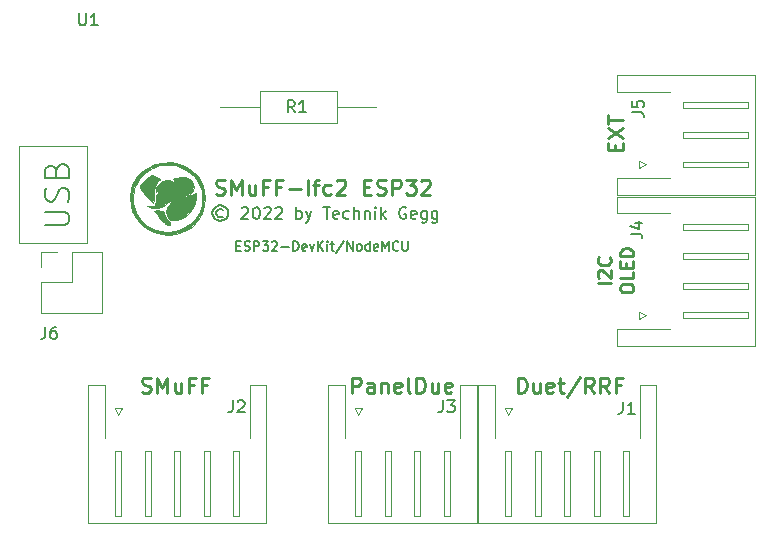
<source format=gbr>
G04 #@! TF.GenerationSoftware,KiCad,Pcbnew,(5.1.2)-2*
G04 #@! TF.CreationDate,2022-01-26T05:46:38+01:00*
G04 #@! TF.ProjectId,SMuFF-Ifc2-ESP32,534d7546-462d-4496-9663-322d45535033,rev?*
G04 #@! TF.SameCoordinates,Original*
G04 #@! TF.FileFunction,Legend,Top*
G04 #@! TF.FilePolarity,Positive*
%FSLAX46Y46*%
G04 Gerber Fmt 4.6, Leading zero omitted, Abs format (unit mm)*
G04 Created by KiCad (PCBNEW (5.1.2)-2) date 2022-01-26 05:46:38*
%MOMM*%
%LPD*%
G04 APERTURE LIST*
%ADD10C,0.150000*%
%ADD11C,0.250000*%
%ADD12C,0.120000*%
%ADD13C,0.200000*%
%ADD14C,0.010000*%
G04 APERTURE END LIST*
D10*
X120087523Y-92400476D02*
X119992285Y-92352857D01*
X119801809Y-92352857D01*
X119706571Y-92400476D01*
X119611333Y-92495714D01*
X119563714Y-92590952D01*
X119563714Y-92781428D01*
X119611333Y-92876666D01*
X119706571Y-92971904D01*
X119801809Y-93019523D01*
X119992285Y-93019523D01*
X120087523Y-92971904D01*
X119897047Y-92019523D02*
X119658952Y-92067142D01*
X119420857Y-92210000D01*
X119278000Y-92448095D01*
X119230380Y-92686190D01*
X119278000Y-92924285D01*
X119420857Y-93162380D01*
X119658952Y-93305238D01*
X119897047Y-93352857D01*
X120135142Y-93305238D01*
X120373238Y-93162380D01*
X120516095Y-92924285D01*
X120563714Y-92686190D01*
X120516095Y-92448095D01*
X120373238Y-92210000D01*
X120135142Y-92067142D01*
X119897047Y-92019523D01*
X121706571Y-92257619D02*
X121754190Y-92210000D01*
X121849428Y-92162380D01*
X122087523Y-92162380D01*
X122182761Y-92210000D01*
X122230380Y-92257619D01*
X122278000Y-92352857D01*
X122278000Y-92448095D01*
X122230380Y-92590952D01*
X121658952Y-93162380D01*
X122278000Y-93162380D01*
X122897047Y-92162380D02*
X122992285Y-92162380D01*
X123087523Y-92210000D01*
X123135142Y-92257619D01*
X123182761Y-92352857D01*
X123230380Y-92543333D01*
X123230380Y-92781428D01*
X123182761Y-92971904D01*
X123135142Y-93067142D01*
X123087523Y-93114761D01*
X122992285Y-93162380D01*
X122897047Y-93162380D01*
X122801809Y-93114761D01*
X122754190Y-93067142D01*
X122706571Y-92971904D01*
X122658952Y-92781428D01*
X122658952Y-92543333D01*
X122706571Y-92352857D01*
X122754190Y-92257619D01*
X122801809Y-92210000D01*
X122897047Y-92162380D01*
X123611333Y-92257619D02*
X123658952Y-92210000D01*
X123754190Y-92162380D01*
X123992285Y-92162380D01*
X124087523Y-92210000D01*
X124135142Y-92257619D01*
X124182761Y-92352857D01*
X124182761Y-92448095D01*
X124135142Y-92590952D01*
X123563714Y-93162380D01*
X124182761Y-93162380D01*
X124563714Y-92257619D02*
X124611333Y-92210000D01*
X124706571Y-92162380D01*
X124944666Y-92162380D01*
X125039904Y-92210000D01*
X125087523Y-92257619D01*
X125135142Y-92352857D01*
X125135142Y-92448095D01*
X125087523Y-92590952D01*
X124516095Y-93162380D01*
X125135142Y-93162380D01*
X126325619Y-93162380D02*
X126325619Y-92162380D01*
X126325619Y-92543333D02*
X126420857Y-92495714D01*
X126611333Y-92495714D01*
X126706571Y-92543333D01*
X126754190Y-92590952D01*
X126801809Y-92686190D01*
X126801809Y-92971904D01*
X126754190Y-93067142D01*
X126706571Y-93114761D01*
X126611333Y-93162380D01*
X126420857Y-93162380D01*
X126325619Y-93114761D01*
X127135142Y-92495714D02*
X127373238Y-93162380D01*
X127611333Y-92495714D02*
X127373238Y-93162380D01*
X127278000Y-93400476D01*
X127230380Y-93448095D01*
X127135142Y-93495714D01*
X128611333Y-92162380D02*
X129182761Y-92162380D01*
X128897047Y-93162380D02*
X128897047Y-92162380D01*
X129897047Y-93114761D02*
X129801809Y-93162380D01*
X129611333Y-93162380D01*
X129516095Y-93114761D01*
X129468476Y-93019523D01*
X129468476Y-92638571D01*
X129516095Y-92543333D01*
X129611333Y-92495714D01*
X129801809Y-92495714D01*
X129897047Y-92543333D01*
X129944666Y-92638571D01*
X129944666Y-92733809D01*
X129468476Y-92829047D01*
X130801809Y-93114761D02*
X130706571Y-93162380D01*
X130516095Y-93162380D01*
X130420857Y-93114761D01*
X130373238Y-93067142D01*
X130325619Y-92971904D01*
X130325619Y-92686190D01*
X130373238Y-92590952D01*
X130420857Y-92543333D01*
X130516095Y-92495714D01*
X130706571Y-92495714D01*
X130801809Y-92543333D01*
X131230380Y-93162380D02*
X131230380Y-92162380D01*
X131658952Y-93162380D02*
X131658952Y-92638571D01*
X131611333Y-92543333D01*
X131516095Y-92495714D01*
X131373238Y-92495714D01*
X131278000Y-92543333D01*
X131230380Y-92590952D01*
X132135142Y-92495714D02*
X132135142Y-93162380D01*
X132135142Y-92590952D02*
X132182761Y-92543333D01*
X132278000Y-92495714D01*
X132420857Y-92495714D01*
X132516095Y-92543333D01*
X132563714Y-92638571D01*
X132563714Y-93162380D01*
X133039904Y-93162380D02*
X133039904Y-92495714D01*
X133039904Y-92162380D02*
X132992285Y-92210000D01*
X133039904Y-92257619D01*
X133087523Y-92210000D01*
X133039904Y-92162380D01*
X133039904Y-92257619D01*
X133516095Y-93162380D02*
X133516095Y-92162380D01*
X133611333Y-92781428D02*
X133897047Y-93162380D01*
X133897047Y-92495714D02*
X133516095Y-92876666D01*
X135611333Y-92210000D02*
X135516095Y-92162380D01*
X135373238Y-92162380D01*
X135230380Y-92210000D01*
X135135142Y-92305238D01*
X135087523Y-92400476D01*
X135039904Y-92590952D01*
X135039904Y-92733809D01*
X135087523Y-92924285D01*
X135135142Y-93019523D01*
X135230380Y-93114761D01*
X135373238Y-93162380D01*
X135468476Y-93162380D01*
X135611333Y-93114761D01*
X135658952Y-93067142D01*
X135658952Y-92733809D01*
X135468476Y-92733809D01*
X136468476Y-93114761D02*
X136373238Y-93162380D01*
X136182761Y-93162380D01*
X136087523Y-93114761D01*
X136039904Y-93019523D01*
X136039904Y-92638571D01*
X136087523Y-92543333D01*
X136182761Y-92495714D01*
X136373238Y-92495714D01*
X136468476Y-92543333D01*
X136516095Y-92638571D01*
X136516095Y-92733809D01*
X136039904Y-92829047D01*
X137373238Y-92495714D02*
X137373238Y-93305238D01*
X137325619Y-93400476D01*
X137278000Y-93448095D01*
X137182761Y-93495714D01*
X137039904Y-93495714D01*
X136944666Y-93448095D01*
X137373238Y-93114761D02*
X137278000Y-93162380D01*
X137087523Y-93162380D01*
X136992285Y-93114761D01*
X136944666Y-93067142D01*
X136897047Y-92971904D01*
X136897047Y-92686190D01*
X136944666Y-92590952D01*
X136992285Y-92543333D01*
X137087523Y-92495714D01*
X137278000Y-92495714D01*
X137373238Y-92543333D01*
X138278000Y-92495714D02*
X138278000Y-93305238D01*
X138230380Y-93400476D01*
X138182761Y-93448095D01*
X138087523Y-93495714D01*
X137944666Y-93495714D01*
X137849428Y-93448095D01*
X138278000Y-93114761D02*
X138182761Y-93162380D01*
X137992285Y-93162380D01*
X137897047Y-93114761D01*
X137849428Y-93067142D01*
X137801809Y-92971904D01*
X137801809Y-92686190D01*
X137849428Y-92590952D01*
X137897047Y-92543333D01*
X137992285Y-92495714D01*
X138182761Y-92495714D01*
X138278000Y-92543333D01*
D11*
X153323142Y-87371857D02*
X153323142Y-86938523D01*
X154004095Y-86752809D02*
X154004095Y-87371857D01*
X152704095Y-87371857D01*
X152704095Y-86752809D01*
X152704095Y-86319476D02*
X154004095Y-85452809D01*
X152704095Y-85452809D02*
X154004095Y-86319476D01*
X152704095Y-85143285D02*
X152704095Y-84400428D01*
X154004095Y-84771857D02*
X152704095Y-84771857D01*
X152963619Y-98609809D02*
X151863619Y-98609809D01*
X151968380Y-98138380D02*
X151916000Y-98086000D01*
X151863619Y-97981238D01*
X151863619Y-97719333D01*
X151916000Y-97614571D01*
X151968380Y-97562190D01*
X152073142Y-97509809D01*
X152177904Y-97509809D01*
X152335047Y-97562190D01*
X152963619Y-98190761D01*
X152963619Y-97509809D01*
X152858857Y-96409809D02*
X152911238Y-96462190D01*
X152963619Y-96619333D01*
X152963619Y-96724095D01*
X152911238Y-96881238D01*
X152806476Y-96986000D01*
X152701714Y-97038380D01*
X152492190Y-97090761D01*
X152335047Y-97090761D01*
X152125523Y-97038380D01*
X152020761Y-96986000D01*
X151916000Y-96881238D01*
X151863619Y-96724095D01*
X151863619Y-96619333D01*
X151916000Y-96462190D01*
X151968380Y-96409809D01*
X153763619Y-99133619D02*
X153763619Y-98924095D01*
X153816000Y-98819333D01*
X153920761Y-98714571D01*
X154130285Y-98662190D01*
X154496952Y-98662190D01*
X154706476Y-98714571D01*
X154811238Y-98819333D01*
X154863619Y-98924095D01*
X154863619Y-99133619D01*
X154811238Y-99238380D01*
X154706476Y-99343142D01*
X154496952Y-99395523D01*
X154130285Y-99395523D01*
X153920761Y-99343142D01*
X153816000Y-99238380D01*
X153763619Y-99133619D01*
X154863619Y-97666952D02*
X154863619Y-98190761D01*
X153763619Y-98190761D01*
X154287428Y-97300285D02*
X154287428Y-96933619D01*
X154863619Y-96776476D02*
X154863619Y-97300285D01*
X153763619Y-97300285D01*
X153763619Y-96776476D01*
X154863619Y-96305047D02*
X153763619Y-96305047D01*
X153763619Y-96043142D01*
X153816000Y-95886000D01*
X153920761Y-95781238D01*
X154025523Y-95728857D01*
X154235047Y-95676476D01*
X154392190Y-95676476D01*
X154601714Y-95728857D01*
X154706476Y-95781238D01*
X154811238Y-95886000D01*
X154863619Y-96043142D01*
X154863619Y-96305047D01*
X145083761Y-107903095D02*
X145083761Y-106603095D01*
X145393285Y-106603095D01*
X145579000Y-106665000D01*
X145702809Y-106788809D01*
X145764714Y-106912619D01*
X145826619Y-107160238D01*
X145826619Y-107345952D01*
X145764714Y-107593571D01*
X145702809Y-107717380D01*
X145579000Y-107841190D01*
X145393285Y-107903095D01*
X145083761Y-107903095D01*
X146940904Y-107036428D02*
X146940904Y-107903095D01*
X146383761Y-107036428D02*
X146383761Y-107717380D01*
X146445666Y-107841190D01*
X146569476Y-107903095D01*
X146755190Y-107903095D01*
X146879000Y-107841190D01*
X146940904Y-107779285D01*
X148055190Y-107841190D02*
X147931380Y-107903095D01*
X147683761Y-107903095D01*
X147559952Y-107841190D01*
X147498047Y-107717380D01*
X147498047Y-107222142D01*
X147559952Y-107098333D01*
X147683761Y-107036428D01*
X147931380Y-107036428D01*
X148055190Y-107098333D01*
X148117095Y-107222142D01*
X148117095Y-107345952D01*
X147498047Y-107469761D01*
X148488523Y-107036428D02*
X148983761Y-107036428D01*
X148674238Y-106603095D02*
X148674238Y-107717380D01*
X148736142Y-107841190D01*
X148859952Y-107903095D01*
X148983761Y-107903095D01*
X150345666Y-106541190D02*
X149231380Y-108212619D01*
X151521857Y-107903095D02*
X151088523Y-107284047D01*
X150779000Y-107903095D02*
X150779000Y-106603095D01*
X151274238Y-106603095D01*
X151398047Y-106665000D01*
X151459952Y-106726904D01*
X151521857Y-106850714D01*
X151521857Y-107036428D01*
X151459952Y-107160238D01*
X151398047Y-107222142D01*
X151274238Y-107284047D01*
X150779000Y-107284047D01*
X152821857Y-107903095D02*
X152388523Y-107284047D01*
X152079000Y-107903095D02*
X152079000Y-106603095D01*
X152574238Y-106603095D01*
X152698047Y-106665000D01*
X152759952Y-106726904D01*
X152821857Y-106850714D01*
X152821857Y-107036428D01*
X152759952Y-107160238D01*
X152698047Y-107222142D01*
X152574238Y-107284047D01*
X152079000Y-107284047D01*
X153812333Y-107222142D02*
X153379000Y-107222142D01*
X153379000Y-107903095D02*
X153379000Y-106603095D01*
X153998047Y-106603095D01*
X131045476Y-107903095D02*
X131045476Y-106603095D01*
X131540714Y-106603095D01*
X131664523Y-106665000D01*
X131726428Y-106726904D01*
X131788333Y-106850714D01*
X131788333Y-107036428D01*
X131726428Y-107160238D01*
X131664523Y-107222142D01*
X131540714Y-107284047D01*
X131045476Y-107284047D01*
X132902619Y-107903095D02*
X132902619Y-107222142D01*
X132840714Y-107098333D01*
X132716904Y-107036428D01*
X132469285Y-107036428D01*
X132345476Y-107098333D01*
X132902619Y-107841190D02*
X132778809Y-107903095D01*
X132469285Y-107903095D01*
X132345476Y-107841190D01*
X132283571Y-107717380D01*
X132283571Y-107593571D01*
X132345476Y-107469761D01*
X132469285Y-107407857D01*
X132778809Y-107407857D01*
X132902619Y-107345952D01*
X133521666Y-107036428D02*
X133521666Y-107903095D01*
X133521666Y-107160238D02*
X133583571Y-107098333D01*
X133707380Y-107036428D01*
X133893095Y-107036428D01*
X134016904Y-107098333D01*
X134078809Y-107222142D01*
X134078809Y-107903095D01*
X135193095Y-107841190D02*
X135069285Y-107903095D01*
X134821666Y-107903095D01*
X134697857Y-107841190D01*
X134635952Y-107717380D01*
X134635952Y-107222142D01*
X134697857Y-107098333D01*
X134821666Y-107036428D01*
X135069285Y-107036428D01*
X135193095Y-107098333D01*
X135255000Y-107222142D01*
X135255000Y-107345952D01*
X134635952Y-107469761D01*
X135997857Y-107903095D02*
X135874047Y-107841190D01*
X135812142Y-107717380D01*
X135812142Y-106603095D01*
X136493095Y-107903095D02*
X136493095Y-106603095D01*
X136802619Y-106603095D01*
X136988333Y-106665000D01*
X137112142Y-106788809D01*
X137174047Y-106912619D01*
X137235952Y-107160238D01*
X137235952Y-107345952D01*
X137174047Y-107593571D01*
X137112142Y-107717380D01*
X136988333Y-107841190D01*
X136802619Y-107903095D01*
X136493095Y-107903095D01*
X138350238Y-107036428D02*
X138350238Y-107903095D01*
X137793095Y-107036428D02*
X137793095Y-107717380D01*
X137855000Y-107841190D01*
X137978809Y-107903095D01*
X138164523Y-107903095D01*
X138288333Y-107841190D01*
X138350238Y-107779285D01*
X139464523Y-107841190D02*
X139340714Y-107903095D01*
X139093095Y-107903095D01*
X138969285Y-107841190D01*
X138907380Y-107717380D01*
X138907380Y-107222142D01*
X138969285Y-107098333D01*
X139093095Y-107036428D01*
X139340714Y-107036428D01*
X139464523Y-107098333D01*
X139526428Y-107222142D01*
X139526428Y-107345952D01*
X138907380Y-107469761D01*
X113261333Y-107841190D02*
X113447047Y-107903095D01*
X113756571Y-107903095D01*
X113880380Y-107841190D01*
X113942285Y-107779285D01*
X114004190Y-107655476D01*
X114004190Y-107531666D01*
X113942285Y-107407857D01*
X113880380Y-107345952D01*
X113756571Y-107284047D01*
X113508952Y-107222142D01*
X113385142Y-107160238D01*
X113323238Y-107098333D01*
X113261333Y-106974523D01*
X113261333Y-106850714D01*
X113323238Y-106726904D01*
X113385142Y-106665000D01*
X113508952Y-106603095D01*
X113818476Y-106603095D01*
X114004190Y-106665000D01*
X114561333Y-107903095D02*
X114561333Y-106603095D01*
X114994666Y-107531666D01*
X115428000Y-106603095D01*
X115428000Y-107903095D01*
X116604190Y-107036428D02*
X116604190Y-107903095D01*
X116047047Y-107036428D02*
X116047047Y-107717380D01*
X116108952Y-107841190D01*
X116232761Y-107903095D01*
X116418476Y-107903095D01*
X116542285Y-107841190D01*
X116604190Y-107779285D01*
X117656571Y-107222142D02*
X117223238Y-107222142D01*
X117223238Y-107903095D02*
X117223238Y-106603095D01*
X117842285Y-106603095D01*
X118770857Y-107222142D02*
X118337523Y-107222142D01*
X118337523Y-107903095D02*
X118337523Y-106603095D01*
X118956571Y-106603095D01*
D12*
X108585000Y-86995000D02*
X108585000Y-95250000D01*
X102870000Y-95250000D02*
X102870000Y-86995000D01*
X108585000Y-95250000D02*
X102870000Y-95250000D01*
X102870000Y-86995000D02*
X108585000Y-86995000D01*
D13*
X105076761Y-93709809D02*
X106695809Y-93709809D01*
X106886285Y-93614571D01*
X106981523Y-93519333D01*
X107076761Y-93328857D01*
X107076761Y-92947904D01*
X106981523Y-92757428D01*
X106886285Y-92662190D01*
X106695809Y-92566952D01*
X105076761Y-92566952D01*
X106981523Y-91709809D02*
X107076761Y-91424095D01*
X107076761Y-90947904D01*
X106981523Y-90757428D01*
X106886285Y-90662190D01*
X106695809Y-90566952D01*
X106505333Y-90566952D01*
X106314857Y-90662190D01*
X106219619Y-90757428D01*
X106124380Y-90947904D01*
X106029142Y-91328857D01*
X105933904Y-91519333D01*
X105838666Y-91614571D01*
X105648190Y-91709809D01*
X105457714Y-91709809D01*
X105267238Y-91614571D01*
X105172000Y-91519333D01*
X105076761Y-91328857D01*
X105076761Y-90852666D01*
X105172000Y-90566952D01*
X106029142Y-89043142D02*
X106124380Y-88757428D01*
X106219619Y-88662190D01*
X106410095Y-88566952D01*
X106695809Y-88566952D01*
X106886285Y-88662190D01*
X106981523Y-88757428D01*
X107076761Y-88947904D01*
X107076761Y-89709809D01*
X105076761Y-89709809D01*
X105076761Y-89043142D01*
X105172000Y-88852666D01*
X105267238Y-88757428D01*
X105457714Y-88662190D01*
X105648190Y-88662190D01*
X105838666Y-88757428D01*
X105933904Y-88852666D01*
X106029142Y-89043142D01*
X106029142Y-89709809D01*
D11*
X119536119Y-91077190D02*
X119721833Y-91139095D01*
X120031357Y-91139095D01*
X120155166Y-91077190D01*
X120217071Y-91015285D01*
X120278976Y-90891476D01*
X120278976Y-90767666D01*
X120217071Y-90643857D01*
X120155166Y-90581952D01*
X120031357Y-90520047D01*
X119783738Y-90458142D01*
X119659928Y-90396238D01*
X119598023Y-90334333D01*
X119536119Y-90210523D01*
X119536119Y-90086714D01*
X119598023Y-89962904D01*
X119659928Y-89901000D01*
X119783738Y-89839095D01*
X120093261Y-89839095D01*
X120278976Y-89901000D01*
X120836119Y-91139095D02*
X120836119Y-89839095D01*
X121269452Y-90767666D01*
X121702785Y-89839095D01*
X121702785Y-91139095D01*
X122878976Y-90272428D02*
X122878976Y-91139095D01*
X122321833Y-90272428D02*
X122321833Y-90953380D01*
X122383738Y-91077190D01*
X122507547Y-91139095D01*
X122693261Y-91139095D01*
X122817071Y-91077190D01*
X122878976Y-91015285D01*
X123931357Y-90458142D02*
X123498023Y-90458142D01*
X123498023Y-91139095D02*
X123498023Y-89839095D01*
X124117071Y-89839095D01*
X125045642Y-90458142D02*
X124612309Y-90458142D01*
X124612309Y-91139095D02*
X124612309Y-89839095D01*
X125231357Y-89839095D01*
X125726595Y-90643857D02*
X126717071Y-90643857D01*
X127336119Y-91139095D02*
X127336119Y-89839095D01*
X127769452Y-90272428D02*
X128264690Y-90272428D01*
X127955166Y-91139095D02*
X127955166Y-90024809D01*
X128017071Y-89901000D01*
X128140880Y-89839095D01*
X128264690Y-89839095D01*
X129255166Y-91077190D02*
X129131357Y-91139095D01*
X128883738Y-91139095D01*
X128759928Y-91077190D01*
X128698023Y-91015285D01*
X128636119Y-90891476D01*
X128636119Y-90520047D01*
X128698023Y-90396238D01*
X128759928Y-90334333D01*
X128883738Y-90272428D01*
X129131357Y-90272428D01*
X129255166Y-90334333D01*
X129750404Y-89962904D02*
X129812309Y-89901000D01*
X129936119Y-89839095D01*
X130245642Y-89839095D01*
X130369452Y-89901000D01*
X130431357Y-89962904D01*
X130493261Y-90086714D01*
X130493261Y-90210523D01*
X130431357Y-90396238D01*
X129688500Y-91139095D01*
X130493261Y-91139095D01*
X132040880Y-90458142D02*
X132474214Y-90458142D01*
X132659928Y-91139095D02*
X132040880Y-91139095D01*
X132040880Y-89839095D01*
X132659928Y-89839095D01*
X133155166Y-91077190D02*
X133340880Y-91139095D01*
X133650404Y-91139095D01*
X133774214Y-91077190D01*
X133836119Y-91015285D01*
X133898023Y-90891476D01*
X133898023Y-90767666D01*
X133836119Y-90643857D01*
X133774214Y-90581952D01*
X133650404Y-90520047D01*
X133402785Y-90458142D01*
X133278976Y-90396238D01*
X133217071Y-90334333D01*
X133155166Y-90210523D01*
X133155166Y-90086714D01*
X133217071Y-89962904D01*
X133278976Y-89901000D01*
X133402785Y-89839095D01*
X133712309Y-89839095D01*
X133898023Y-89901000D01*
X134455166Y-91139095D02*
X134455166Y-89839095D01*
X134950404Y-89839095D01*
X135074214Y-89901000D01*
X135136119Y-89962904D01*
X135198023Y-90086714D01*
X135198023Y-90272428D01*
X135136119Y-90396238D01*
X135074214Y-90458142D01*
X134950404Y-90520047D01*
X134455166Y-90520047D01*
X135631357Y-89839095D02*
X136436119Y-89839095D01*
X136002785Y-90334333D01*
X136188500Y-90334333D01*
X136312309Y-90396238D01*
X136374214Y-90458142D01*
X136436119Y-90581952D01*
X136436119Y-90891476D01*
X136374214Y-91015285D01*
X136312309Y-91077190D01*
X136188500Y-91139095D01*
X135817071Y-91139095D01*
X135693261Y-91077190D01*
X135631357Y-91015285D01*
X136931357Y-89962904D02*
X136993261Y-89901000D01*
X137117071Y-89839095D01*
X137426595Y-89839095D01*
X137550404Y-89901000D01*
X137612309Y-89962904D01*
X137674214Y-90086714D01*
X137674214Y-90210523D01*
X137612309Y-90396238D01*
X136869452Y-91139095D01*
X137674214Y-91139095D01*
D14*
G36*
X114490028Y-89623070D02*
G01*
X114714090Y-89718285D01*
X114798271Y-89787738D01*
X114765363Y-89852687D01*
X114749451Y-89865039D01*
X114560284Y-90080286D01*
X114402227Y-90392583D01*
X114304260Y-90729659D01*
X114292765Y-91003925D01*
X114307896Y-91291457D01*
X114279391Y-91559558D01*
X114277617Y-91567000D01*
X114215333Y-91821000D01*
X113777921Y-91397667D01*
X113534866Y-91142144D01*
X113326730Y-90887662D01*
X113204345Y-90699357D01*
X113120532Y-90502449D01*
X113123027Y-90365855D01*
X113210135Y-90207730D01*
X113363702Y-90032708D01*
X113595002Y-89830689D01*
X113727160Y-89733025D01*
X114102232Y-89474969D01*
X114490028Y-89623070D01*
X114490028Y-89623070D01*
G37*
X114490028Y-89623070D02*
X114714090Y-89718285D01*
X114798271Y-89787738D01*
X114765363Y-89852687D01*
X114749451Y-89865039D01*
X114560284Y-90080286D01*
X114402227Y-90392583D01*
X114304260Y-90729659D01*
X114292765Y-91003925D01*
X114307896Y-91291457D01*
X114279391Y-91559558D01*
X114277617Y-91567000D01*
X114215333Y-91821000D01*
X113777921Y-91397667D01*
X113534866Y-91142144D01*
X113326730Y-90887662D01*
X113204345Y-90699357D01*
X113120532Y-90502449D01*
X113123027Y-90365855D01*
X113210135Y-90207730D01*
X113363702Y-90032708D01*
X113595002Y-89830689D01*
X113727160Y-89733025D01*
X114102232Y-89474969D01*
X114490028Y-89623070D01*
G36*
X116884807Y-89608302D02*
G01*
X117154177Y-89729803D01*
X117158823Y-89732852D01*
X117463692Y-89991986D01*
X117616200Y-90276709D01*
X117641640Y-90471318D01*
X117618202Y-90684937D01*
X117523296Y-90861796D01*
X117327669Y-91040050D01*
X117072833Y-91213225D01*
X116827691Y-91378558D01*
X116727638Y-91466647D01*
X116766578Y-91476515D01*
X116938413Y-91407184D01*
X117237048Y-91257677D01*
X117263333Y-91243765D01*
X117813667Y-90951537D01*
X117813667Y-91291779D01*
X117735505Y-91852664D01*
X117513382Y-92354756D01*
X117165840Y-92771618D01*
X116711420Y-93076812D01*
X116501703Y-93162443D01*
X116123947Y-93270737D01*
X115858701Y-93292160D01*
X115672950Y-93226425D01*
X115594002Y-93154500D01*
X115364663Y-92831109D01*
X115288677Y-92547127D01*
X115363331Y-92276265D01*
X115485333Y-92101893D01*
X115643563Y-91872656D01*
X115684571Y-91725752D01*
X115623230Y-91681613D01*
X115474414Y-91760670D01*
X115333124Y-91892788D01*
X114973451Y-92169326D01*
X114573381Y-92283300D01*
X114147039Y-92231964D01*
X113961333Y-92159410D01*
X113707333Y-92039791D01*
X114043146Y-92057396D01*
X114378958Y-92075000D01*
X114439173Y-91666685D01*
X114495384Y-91360401D01*
X114564626Y-91078798D01*
X114589082Y-91001075D01*
X114603058Y-90955489D01*
X115443000Y-90955489D01*
X115494475Y-90971450D01*
X115612852Y-90889197D01*
X115723840Y-90764021D01*
X115741898Y-90694676D01*
X115654444Y-90704607D01*
X115536113Y-90796854D01*
X115452254Y-90914397D01*
X115443000Y-90955489D01*
X114603058Y-90955489D01*
X114640060Y-90834803D01*
X114621301Y-90799775D01*
X114552888Y-90848256D01*
X114452386Y-90901035D01*
X114433384Y-90820978D01*
X114496046Y-90602047D01*
X114564492Y-90422466D01*
X114757112Y-90124623D01*
X115031719Y-89926891D01*
X115346255Y-89841229D01*
X115658661Y-89879595D01*
X115912515Y-90039152D01*
X116059432Y-90152433D01*
X116119415Y-90139120D01*
X116077661Y-90025825D01*
X115985716Y-89907583D01*
X115913557Y-89808820D01*
X115946499Y-89746373D01*
X116111089Y-89686932D01*
X116176216Y-89668555D01*
X116575443Y-89588974D01*
X116884807Y-89608302D01*
X116884807Y-89608302D01*
G37*
X116884807Y-89608302D02*
X117154177Y-89729803D01*
X117158823Y-89732852D01*
X117463692Y-89991986D01*
X117616200Y-90276709D01*
X117641640Y-90471318D01*
X117618202Y-90684937D01*
X117523296Y-90861796D01*
X117327669Y-91040050D01*
X117072833Y-91213225D01*
X116827691Y-91378558D01*
X116727638Y-91466647D01*
X116766578Y-91476515D01*
X116938413Y-91407184D01*
X117237048Y-91257677D01*
X117263333Y-91243765D01*
X117813667Y-90951537D01*
X117813667Y-91291779D01*
X117735505Y-91852664D01*
X117513382Y-92354756D01*
X117165840Y-92771618D01*
X116711420Y-93076812D01*
X116501703Y-93162443D01*
X116123947Y-93270737D01*
X115858701Y-93292160D01*
X115672950Y-93226425D01*
X115594002Y-93154500D01*
X115364663Y-92831109D01*
X115288677Y-92547127D01*
X115363331Y-92276265D01*
X115485333Y-92101893D01*
X115643563Y-91872656D01*
X115684571Y-91725752D01*
X115623230Y-91681613D01*
X115474414Y-91760670D01*
X115333124Y-91892788D01*
X114973451Y-92169326D01*
X114573381Y-92283300D01*
X114147039Y-92231964D01*
X113961333Y-92159410D01*
X113707333Y-92039791D01*
X114043146Y-92057396D01*
X114378958Y-92075000D01*
X114439173Y-91666685D01*
X114495384Y-91360401D01*
X114564626Y-91078798D01*
X114589082Y-91001075D01*
X114603058Y-90955489D01*
X115443000Y-90955489D01*
X115494475Y-90971450D01*
X115612852Y-90889197D01*
X115723840Y-90764021D01*
X115741898Y-90694676D01*
X115654444Y-90704607D01*
X115536113Y-90796854D01*
X115452254Y-90914397D01*
X115443000Y-90955489D01*
X114603058Y-90955489D01*
X114640060Y-90834803D01*
X114621301Y-90799775D01*
X114552888Y-90848256D01*
X114452386Y-90901035D01*
X114433384Y-90820978D01*
X114496046Y-90602047D01*
X114564492Y-90422466D01*
X114757112Y-90124623D01*
X115031719Y-89926891D01*
X115346255Y-89841229D01*
X115658661Y-89879595D01*
X115912515Y-90039152D01*
X116059432Y-90152433D01*
X116119415Y-90139120D01*
X116077661Y-90025825D01*
X115985716Y-89907583D01*
X115913557Y-89808820D01*
X115946499Y-89746373D01*
X116111089Y-89686932D01*
X116176216Y-89668555D01*
X116575443Y-89588974D01*
X116884807Y-89608302D01*
G36*
X114911922Y-92464162D02*
G01*
X115049866Y-92500091D01*
X115115240Y-92589577D01*
X115142912Y-92692904D01*
X115237960Y-92920982D01*
X115396305Y-93146856D01*
X115403639Y-93154876D01*
X115531078Y-93337582D01*
X115604723Y-93527872D01*
X115611462Y-93674195D01*
X115548833Y-93725684D01*
X115441075Y-93685047D01*
X115256106Y-93585144D01*
X115213555Y-93559656D01*
X115001316Y-93385522D01*
X114783026Y-93139608D01*
X114705633Y-93030805D01*
X114543190Y-92798583D01*
X114396648Y-92617915D01*
X114342411Y-92564526D01*
X114296322Y-92504020D01*
X114364755Y-92471777D01*
X114571782Y-92459596D01*
X114653106Y-92458693D01*
X114911922Y-92464162D01*
X114911922Y-92464162D01*
G37*
X114911922Y-92464162D02*
X115049866Y-92500091D01*
X115115240Y-92589577D01*
X115142912Y-92692904D01*
X115237960Y-92920982D01*
X115396305Y-93146856D01*
X115403639Y-93154876D01*
X115531078Y-93337582D01*
X115604723Y-93527872D01*
X115611462Y-93674195D01*
X115548833Y-93725684D01*
X115441075Y-93685047D01*
X115256106Y-93585144D01*
X115213555Y-93559656D01*
X115001316Y-93385522D01*
X114783026Y-93139608D01*
X114705633Y-93030805D01*
X114543190Y-92798583D01*
X114396648Y-92617915D01*
X114342411Y-92564526D01*
X114296322Y-92504020D01*
X114364755Y-92471777D01*
X114571782Y-92459596D01*
X114653106Y-92458693D01*
X114911922Y-92464162D01*
G36*
X116395894Y-88517206D02*
G01*
X116922422Y-88723244D01*
X117506936Y-89098196D01*
X117974047Y-89575661D01*
X118318328Y-90131845D01*
X118534353Y-90742953D01*
X118616693Y-91385192D01*
X118559921Y-92034767D01*
X118358612Y-92667884D01*
X118007338Y-93260749D01*
X117968716Y-93310643D01*
X117462558Y-93819332D01*
X116863199Y-94194375D01*
X116190709Y-94427996D01*
X115465162Y-94512417D01*
X114949757Y-94480370D01*
X114310728Y-94314790D01*
X113708068Y-94007317D01*
X113174386Y-93583401D01*
X112742291Y-93068489D01*
X112464224Y-92540667D01*
X112317216Y-91970378D01*
X112285495Y-91440000D01*
X112529401Y-91440000D01*
X112536742Y-91826806D01*
X112569066Y-92109880D01*
X112639514Y-92354410D01*
X112761231Y-92625585D01*
X112773350Y-92649927D01*
X113151585Y-93229235D01*
X113634919Y-93690391D01*
X114200093Y-94025688D01*
X114823848Y-94227419D01*
X115482925Y-94287877D01*
X116154065Y-94199355D01*
X116772043Y-93974932D01*
X117338808Y-93608086D01*
X117818625Y-93110925D01*
X118161214Y-92558985D01*
X118266677Y-92301563D01*
X118327138Y-92029760D01*
X118353152Y-91683125D01*
X118356599Y-91440000D01*
X118349257Y-91053195D01*
X118316934Y-90770120D01*
X118246486Y-90525590D01*
X118124769Y-90254416D01*
X118112650Y-90230073D01*
X117737077Y-89662871D01*
X117232381Y-89185805D01*
X116643162Y-88832955D01*
X116355399Y-88715524D01*
X116083047Y-88647537D01*
X115759615Y-88616762D01*
X115435077Y-88610731D01*
X115051758Y-88617378D01*
X114769996Y-88648187D01*
X114522296Y-88717541D01*
X114241166Y-88839827D01*
X114148367Y-88884969D01*
X113545717Y-89273964D01*
X113051537Y-89788645D01*
X112724786Y-90321016D01*
X112619323Y-90578437D01*
X112558862Y-90850241D01*
X112532848Y-91196875D01*
X112529401Y-91440000D01*
X112285495Y-91440000D01*
X112279568Y-91340907D01*
X112351280Y-90722353D01*
X112464224Y-90339334D01*
X112786001Y-89733535D01*
X113226286Y-89228929D01*
X113761951Y-88833899D01*
X114369871Y-88556829D01*
X115026920Y-88406101D01*
X115709969Y-88390099D01*
X116395894Y-88517206D01*
X116395894Y-88517206D01*
G37*
X116395894Y-88517206D02*
X116922422Y-88723244D01*
X117506936Y-89098196D01*
X117974047Y-89575661D01*
X118318328Y-90131845D01*
X118534353Y-90742953D01*
X118616693Y-91385192D01*
X118559921Y-92034767D01*
X118358612Y-92667884D01*
X118007338Y-93260749D01*
X117968716Y-93310643D01*
X117462558Y-93819332D01*
X116863199Y-94194375D01*
X116190709Y-94427996D01*
X115465162Y-94512417D01*
X114949757Y-94480370D01*
X114310728Y-94314790D01*
X113708068Y-94007317D01*
X113174386Y-93583401D01*
X112742291Y-93068489D01*
X112464224Y-92540667D01*
X112317216Y-91970378D01*
X112285495Y-91440000D01*
X112529401Y-91440000D01*
X112536742Y-91826806D01*
X112569066Y-92109880D01*
X112639514Y-92354410D01*
X112761231Y-92625585D01*
X112773350Y-92649927D01*
X113151585Y-93229235D01*
X113634919Y-93690391D01*
X114200093Y-94025688D01*
X114823848Y-94227419D01*
X115482925Y-94287877D01*
X116154065Y-94199355D01*
X116772043Y-93974932D01*
X117338808Y-93608086D01*
X117818625Y-93110925D01*
X118161214Y-92558985D01*
X118266677Y-92301563D01*
X118327138Y-92029760D01*
X118353152Y-91683125D01*
X118356599Y-91440000D01*
X118349257Y-91053195D01*
X118316934Y-90770120D01*
X118246486Y-90525590D01*
X118124769Y-90254416D01*
X118112650Y-90230073D01*
X117737077Y-89662871D01*
X117232381Y-89185805D01*
X116643162Y-88832955D01*
X116355399Y-88715524D01*
X116083047Y-88647537D01*
X115759615Y-88616762D01*
X115435077Y-88610731D01*
X115051758Y-88617378D01*
X114769996Y-88648187D01*
X114522296Y-88717541D01*
X114241166Y-88839827D01*
X114148367Y-88884969D01*
X113545717Y-89273964D01*
X113051537Y-89788645D01*
X112724786Y-90321016D01*
X112619323Y-90578437D01*
X112558862Y-90850241D01*
X112532848Y-91196875D01*
X112529401Y-91440000D01*
X112285495Y-91440000D01*
X112279568Y-91340907D01*
X112351280Y-90722353D01*
X112464224Y-90339334D01*
X112786001Y-89733535D01*
X113226286Y-89228929D01*
X113761951Y-88833899D01*
X114369871Y-88556829D01*
X115026920Y-88406101D01*
X115709969Y-88390099D01*
X116395894Y-88517206D01*
D12*
X119912000Y-83693000D02*
X123222000Y-83693000D01*
X133072000Y-83693000D02*
X129762000Y-83693000D01*
X123222000Y-85063000D02*
X129762000Y-85063000D01*
X123222000Y-82323000D02*
X123222000Y-85063000D01*
X129762000Y-82323000D02*
X123222000Y-82323000D01*
X129762000Y-85063000D02*
X129762000Y-82323000D01*
X104715000Y-95952000D02*
X106045000Y-95952000D01*
X104715000Y-97282000D02*
X104715000Y-95952000D01*
X107315000Y-95952000D02*
X109915000Y-95952000D01*
X107315000Y-98552000D02*
X107315000Y-95952000D01*
X104715000Y-98552000D02*
X107315000Y-98552000D01*
X109915000Y-95952000D02*
X109915000Y-101152000D01*
X104715000Y-98552000D02*
X104715000Y-101152000D01*
X104715000Y-101152000D02*
X109915000Y-101152000D01*
X155380000Y-88266000D02*
X155980000Y-88566000D01*
X155380000Y-88866000D02*
X155380000Y-88266000D01*
X155980000Y-88566000D02*
X155380000Y-88866000D01*
X159080000Y-83316000D02*
X159080000Y-83816000D01*
X164580000Y-83316000D02*
X159080000Y-83316000D01*
X164580000Y-83816000D02*
X164580000Y-83316000D01*
X159080000Y-83816000D02*
X164580000Y-83816000D01*
X159080000Y-85816000D02*
X159080000Y-86316000D01*
X164580000Y-85816000D02*
X159080000Y-85816000D01*
X164580000Y-86316000D02*
X164580000Y-85816000D01*
X159080000Y-86316000D02*
X164580000Y-86316000D01*
X159080000Y-88316000D02*
X159080000Y-88816000D01*
X164580000Y-88316000D02*
X159080000Y-88316000D01*
X164580000Y-88816000D02*
X164580000Y-88316000D01*
X159080000Y-88816000D02*
X164580000Y-88816000D01*
X153470000Y-82426000D02*
X157970000Y-82426000D01*
X153470000Y-81006000D02*
X153470000Y-82426000D01*
X165190000Y-81006000D02*
X153470000Y-81006000D01*
X165190000Y-86066000D02*
X165190000Y-81006000D01*
X153470000Y-89706000D02*
X157970000Y-89706000D01*
X153470000Y-91126000D02*
X153470000Y-89706000D01*
X165190000Y-91126000D02*
X153470000Y-91126000D01*
X165190000Y-86066000D02*
X165190000Y-91126000D01*
X155380000Y-101046000D02*
X155980000Y-101346000D01*
X155380000Y-101646000D02*
X155380000Y-101046000D01*
X155980000Y-101346000D02*
X155380000Y-101646000D01*
X159080000Y-93596000D02*
X159080000Y-94096000D01*
X164580000Y-93596000D02*
X159080000Y-93596000D01*
X164580000Y-94096000D02*
X164580000Y-93596000D01*
X159080000Y-94096000D02*
X164580000Y-94096000D01*
X159080000Y-96096000D02*
X159080000Y-96596000D01*
X164580000Y-96096000D02*
X159080000Y-96096000D01*
X164580000Y-96596000D02*
X164580000Y-96096000D01*
X159080000Y-96596000D02*
X164580000Y-96596000D01*
X159080000Y-98596000D02*
X159080000Y-99096000D01*
X164580000Y-98596000D02*
X159080000Y-98596000D01*
X164580000Y-99096000D02*
X164580000Y-98596000D01*
X159080000Y-99096000D02*
X164580000Y-99096000D01*
X159080000Y-101096000D02*
X159080000Y-101596000D01*
X164580000Y-101096000D02*
X159080000Y-101096000D01*
X164580000Y-101596000D02*
X164580000Y-101096000D01*
X159080000Y-101596000D02*
X164580000Y-101596000D01*
X153470000Y-92706000D02*
X157970000Y-92706000D01*
X153470000Y-91286000D02*
X153470000Y-92706000D01*
X165190000Y-91286000D02*
X153470000Y-91286000D01*
X165190000Y-97596000D02*
X165190000Y-91286000D01*
X153470000Y-102486000D02*
X157970000Y-102486000D01*
X153470000Y-103906000D02*
X153470000Y-102486000D01*
X165190000Y-103906000D02*
X153470000Y-103906000D01*
X165190000Y-97596000D02*
X165190000Y-103906000D01*
X131872000Y-109152000D02*
X131572000Y-109752000D01*
X131272000Y-109152000D02*
X131872000Y-109152000D01*
X131572000Y-109752000D02*
X131272000Y-109152000D01*
X139322000Y-112852000D02*
X138822000Y-112852000D01*
X139322000Y-118352000D02*
X139322000Y-112852000D01*
X138822000Y-118352000D02*
X139322000Y-118352000D01*
X138822000Y-112852000D02*
X138822000Y-118352000D01*
X136822000Y-112852000D02*
X136322000Y-112852000D01*
X136822000Y-118352000D02*
X136822000Y-112852000D01*
X136322000Y-118352000D02*
X136822000Y-118352000D01*
X136322000Y-112852000D02*
X136322000Y-118352000D01*
X134322000Y-112852000D02*
X133822000Y-112852000D01*
X134322000Y-118352000D02*
X134322000Y-112852000D01*
X133822000Y-118352000D02*
X134322000Y-118352000D01*
X133822000Y-112852000D02*
X133822000Y-118352000D01*
X131822000Y-112852000D02*
X131322000Y-112852000D01*
X131822000Y-118352000D02*
X131822000Y-112852000D01*
X131322000Y-118352000D02*
X131822000Y-118352000D01*
X131322000Y-112852000D02*
X131322000Y-118352000D01*
X140212000Y-107242000D02*
X140212000Y-111742000D01*
X141632000Y-107242000D02*
X140212000Y-107242000D01*
X141632000Y-118962000D02*
X141632000Y-107242000D01*
X135322000Y-118962000D02*
X141632000Y-118962000D01*
X130432000Y-107242000D02*
X130432000Y-111742000D01*
X129012000Y-107242000D02*
X130432000Y-107242000D01*
X129012000Y-118962000D02*
X129012000Y-107242000D01*
X135322000Y-118962000D02*
X129012000Y-118962000D01*
X111552000Y-109152000D02*
X111252000Y-109752000D01*
X110952000Y-109152000D02*
X111552000Y-109152000D01*
X111252000Y-109752000D02*
X110952000Y-109152000D01*
X121502000Y-112852000D02*
X121002000Y-112852000D01*
X121502000Y-118352000D02*
X121502000Y-112852000D01*
X121002000Y-118352000D02*
X121502000Y-118352000D01*
X121002000Y-112852000D02*
X121002000Y-118352000D01*
X119002000Y-112852000D02*
X118502000Y-112852000D01*
X119002000Y-118352000D02*
X119002000Y-112852000D01*
X118502000Y-118352000D02*
X119002000Y-118352000D01*
X118502000Y-112852000D02*
X118502000Y-118352000D01*
X116502000Y-112852000D02*
X116002000Y-112852000D01*
X116502000Y-118352000D02*
X116502000Y-112852000D01*
X116002000Y-118352000D02*
X116502000Y-118352000D01*
X116002000Y-112852000D02*
X116002000Y-118352000D01*
X114002000Y-112852000D02*
X113502000Y-112852000D01*
X114002000Y-118352000D02*
X114002000Y-112852000D01*
X113502000Y-118352000D02*
X114002000Y-118352000D01*
X113502000Y-112852000D02*
X113502000Y-118352000D01*
X111502000Y-112852000D02*
X111002000Y-112852000D01*
X111502000Y-118352000D02*
X111502000Y-112852000D01*
X111002000Y-118352000D02*
X111502000Y-118352000D01*
X111002000Y-112852000D02*
X111002000Y-118352000D01*
X122392000Y-107242000D02*
X122392000Y-111742000D01*
X123812000Y-107242000D02*
X122392000Y-107242000D01*
X123812000Y-118962000D02*
X123812000Y-107242000D01*
X116252000Y-118962000D02*
X123812000Y-118962000D01*
X110112000Y-107242000D02*
X110112000Y-111742000D01*
X108692000Y-107242000D02*
X110112000Y-107242000D01*
X108692000Y-118962000D02*
X108692000Y-107242000D01*
X116252000Y-118962000D02*
X108692000Y-118962000D01*
X144572000Y-109152000D02*
X144272000Y-109752000D01*
X143972000Y-109152000D02*
X144572000Y-109152000D01*
X144272000Y-109752000D02*
X143972000Y-109152000D01*
X154522000Y-112852000D02*
X154022000Y-112852000D01*
X154522000Y-118352000D02*
X154522000Y-112852000D01*
X154022000Y-118352000D02*
X154522000Y-118352000D01*
X154022000Y-112852000D02*
X154022000Y-118352000D01*
X152022000Y-112852000D02*
X151522000Y-112852000D01*
X152022000Y-118352000D02*
X152022000Y-112852000D01*
X151522000Y-118352000D02*
X152022000Y-118352000D01*
X151522000Y-112852000D02*
X151522000Y-118352000D01*
X149522000Y-112852000D02*
X149022000Y-112852000D01*
X149522000Y-118352000D02*
X149522000Y-112852000D01*
X149022000Y-118352000D02*
X149522000Y-118352000D01*
X149022000Y-112852000D02*
X149022000Y-118352000D01*
X147022000Y-112852000D02*
X146522000Y-112852000D01*
X147022000Y-118352000D02*
X147022000Y-112852000D01*
X146522000Y-118352000D02*
X147022000Y-118352000D01*
X146522000Y-112852000D02*
X146522000Y-118352000D01*
X144522000Y-112852000D02*
X144022000Y-112852000D01*
X144522000Y-118352000D02*
X144522000Y-112852000D01*
X144022000Y-118352000D02*
X144522000Y-118352000D01*
X144022000Y-112852000D02*
X144022000Y-118352000D01*
X155412000Y-107242000D02*
X155412000Y-111742000D01*
X156832000Y-107242000D02*
X155412000Y-107242000D01*
X156832000Y-118962000D02*
X156832000Y-107242000D01*
X149272000Y-118962000D02*
X156832000Y-118962000D01*
X143132000Y-107242000D02*
X143132000Y-111742000D01*
X141712000Y-107242000D02*
X143132000Y-107242000D01*
X141712000Y-118962000D02*
X141712000Y-107242000D01*
X149272000Y-118962000D02*
X141712000Y-118962000D01*
D10*
X126198333Y-84145380D02*
X125865000Y-83669190D01*
X125626904Y-84145380D02*
X125626904Y-83145380D01*
X126007857Y-83145380D01*
X126103095Y-83193000D01*
X126150714Y-83240619D01*
X126198333Y-83335857D01*
X126198333Y-83478714D01*
X126150714Y-83573952D01*
X126103095Y-83621571D01*
X126007857Y-83669190D01*
X125626904Y-83669190D01*
X127150714Y-84145380D02*
X126579285Y-84145380D01*
X126865000Y-84145380D02*
X126865000Y-83145380D01*
X126769761Y-83288238D01*
X126674523Y-83383476D01*
X126579285Y-83431095D01*
X105076666Y-102322380D02*
X105076666Y-103036666D01*
X105029047Y-103179523D01*
X104933809Y-103274761D01*
X104790952Y-103322380D01*
X104695714Y-103322380D01*
X105981428Y-102322380D02*
X105790952Y-102322380D01*
X105695714Y-102370000D01*
X105648095Y-102417619D01*
X105552857Y-102560476D01*
X105505238Y-102750952D01*
X105505238Y-103131904D01*
X105552857Y-103227142D01*
X105600476Y-103274761D01*
X105695714Y-103322380D01*
X105886190Y-103322380D01*
X105981428Y-103274761D01*
X106029047Y-103227142D01*
X106076666Y-103131904D01*
X106076666Y-102893809D01*
X106029047Y-102798571D01*
X105981428Y-102750952D01*
X105886190Y-102703333D01*
X105695714Y-102703333D01*
X105600476Y-102750952D01*
X105552857Y-102798571D01*
X105505238Y-102893809D01*
X107950095Y-75779380D02*
X107950095Y-76588904D01*
X107997714Y-76684142D01*
X108045333Y-76731761D01*
X108140571Y-76779380D01*
X108331047Y-76779380D01*
X108426285Y-76731761D01*
X108473904Y-76684142D01*
X108521523Y-76588904D01*
X108521523Y-75779380D01*
X109521523Y-76779380D02*
X108950095Y-76779380D01*
X109235809Y-76779380D02*
X109235809Y-75779380D01*
X109140571Y-75922238D01*
X109045333Y-76017476D01*
X108950095Y-76065095D01*
X121266857Y-95446857D02*
X121533523Y-95446857D01*
X121647809Y-95865904D02*
X121266857Y-95865904D01*
X121266857Y-95065904D01*
X121647809Y-95065904D01*
X121952571Y-95827809D02*
X122066857Y-95865904D01*
X122257333Y-95865904D01*
X122333523Y-95827809D01*
X122371619Y-95789714D01*
X122409714Y-95713523D01*
X122409714Y-95637333D01*
X122371619Y-95561142D01*
X122333523Y-95523047D01*
X122257333Y-95484952D01*
X122104952Y-95446857D01*
X122028761Y-95408761D01*
X121990666Y-95370666D01*
X121952571Y-95294476D01*
X121952571Y-95218285D01*
X121990666Y-95142095D01*
X122028761Y-95104000D01*
X122104952Y-95065904D01*
X122295428Y-95065904D01*
X122409714Y-95104000D01*
X122752571Y-95865904D02*
X122752571Y-95065904D01*
X123057333Y-95065904D01*
X123133523Y-95104000D01*
X123171619Y-95142095D01*
X123209714Y-95218285D01*
X123209714Y-95332571D01*
X123171619Y-95408761D01*
X123133523Y-95446857D01*
X123057333Y-95484952D01*
X122752571Y-95484952D01*
X123476380Y-95065904D02*
X123971619Y-95065904D01*
X123704952Y-95370666D01*
X123819238Y-95370666D01*
X123895428Y-95408761D01*
X123933523Y-95446857D01*
X123971619Y-95523047D01*
X123971619Y-95713523D01*
X123933523Y-95789714D01*
X123895428Y-95827809D01*
X123819238Y-95865904D01*
X123590666Y-95865904D01*
X123514476Y-95827809D01*
X123476380Y-95789714D01*
X124276380Y-95142095D02*
X124314476Y-95104000D01*
X124390666Y-95065904D01*
X124581142Y-95065904D01*
X124657333Y-95104000D01*
X124695428Y-95142095D01*
X124733523Y-95218285D01*
X124733523Y-95294476D01*
X124695428Y-95408761D01*
X124238285Y-95865904D01*
X124733523Y-95865904D01*
X125076380Y-95561142D02*
X125685904Y-95561142D01*
X126066857Y-95865904D02*
X126066857Y-95065904D01*
X126257333Y-95065904D01*
X126371619Y-95104000D01*
X126447809Y-95180190D01*
X126485904Y-95256380D01*
X126524000Y-95408761D01*
X126524000Y-95523047D01*
X126485904Y-95675428D01*
X126447809Y-95751619D01*
X126371619Y-95827809D01*
X126257333Y-95865904D01*
X126066857Y-95865904D01*
X127171619Y-95827809D02*
X127095428Y-95865904D01*
X126943047Y-95865904D01*
X126866857Y-95827809D01*
X126828761Y-95751619D01*
X126828761Y-95446857D01*
X126866857Y-95370666D01*
X126943047Y-95332571D01*
X127095428Y-95332571D01*
X127171619Y-95370666D01*
X127209714Y-95446857D01*
X127209714Y-95523047D01*
X126828761Y-95599238D01*
X127476380Y-95332571D02*
X127666857Y-95865904D01*
X127857333Y-95332571D01*
X128162095Y-95865904D02*
X128162095Y-95065904D01*
X128619238Y-95865904D02*
X128276380Y-95408761D01*
X128619238Y-95065904D02*
X128162095Y-95523047D01*
X128962095Y-95865904D02*
X128962095Y-95332571D01*
X128962095Y-95065904D02*
X128924000Y-95104000D01*
X128962095Y-95142095D01*
X129000190Y-95104000D01*
X128962095Y-95065904D01*
X128962095Y-95142095D01*
X129228761Y-95332571D02*
X129533523Y-95332571D01*
X129343047Y-95065904D02*
X129343047Y-95751619D01*
X129381142Y-95827809D01*
X129457333Y-95865904D01*
X129533523Y-95865904D01*
X130371619Y-95027809D02*
X129685904Y-96056380D01*
X130638285Y-95865904D02*
X130638285Y-95065904D01*
X131095428Y-95865904D01*
X131095428Y-95065904D01*
X131590666Y-95865904D02*
X131514476Y-95827809D01*
X131476380Y-95789714D01*
X131438285Y-95713523D01*
X131438285Y-95484952D01*
X131476380Y-95408761D01*
X131514476Y-95370666D01*
X131590666Y-95332571D01*
X131704952Y-95332571D01*
X131781142Y-95370666D01*
X131819238Y-95408761D01*
X131857333Y-95484952D01*
X131857333Y-95713523D01*
X131819238Y-95789714D01*
X131781142Y-95827809D01*
X131704952Y-95865904D01*
X131590666Y-95865904D01*
X132543047Y-95865904D02*
X132543047Y-95065904D01*
X132543047Y-95827809D02*
X132466857Y-95865904D01*
X132314476Y-95865904D01*
X132238285Y-95827809D01*
X132200190Y-95789714D01*
X132162095Y-95713523D01*
X132162095Y-95484952D01*
X132200190Y-95408761D01*
X132238285Y-95370666D01*
X132314476Y-95332571D01*
X132466857Y-95332571D01*
X132543047Y-95370666D01*
X133228761Y-95827809D02*
X133152571Y-95865904D01*
X133000190Y-95865904D01*
X132924000Y-95827809D01*
X132885904Y-95751619D01*
X132885904Y-95446857D01*
X132924000Y-95370666D01*
X133000190Y-95332571D01*
X133152571Y-95332571D01*
X133228761Y-95370666D01*
X133266857Y-95446857D01*
X133266857Y-95523047D01*
X132885904Y-95599238D01*
X133609714Y-95865904D02*
X133609714Y-95065904D01*
X133876380Y-95637333D01*
X134143047Y-95065904D01*
X134143047Y-95865904D01*
X134981142Y-95789714D02*
X134943047Y-95827809D01*
X134828761Y-95865904D01*
X134752571Y-95865904D01*
X134638285Y-95827809D01*
X134562095Y-95751619D01*
X134524000Y-95675428D01*
X134485904Y-95523047D01*
X134485904Y-95408761D01*
X134524000Y-95256380D01*
X134562095Y-95180190D01*
X134638285Y-95104000D01*
X134752571Y-95065904D01*
X134828761Y-95065904D01*
X134943047Y-95104000D01*
X134981142Y-95142095D01*
X135324000Y-95065904D02*
X135324000Y-95713523D01*
X135362095Y-95789714D01*
X135400190Y-95827809D01*
X135476380Y-95865904D01*
X135628761Y-95865904D01*
X135704952Y-95827809D01*
X135743047Y-95789714D01*
X135781142Y-95713523D01*
X135781142Y-95065904D01*
X154773380Y-84153333D02*
X155487666Y-84153333D01*
X155630523Y-84200952D01*
X155725761Y-84296190D01*
X155773380Y-84439047D01*
X155773380Y-84534285D01*
X154773380Y-83200952D02*
X154773380Y-83677142D01*
X155249571Y-83724761D01*
X155201952Y-83677142D01*
X155154333Y-83581904D01*
X155154333Y-83343809D01*
X155201952Y-83248571D01*
X155249571Y-83200952D01*
X155344809Y-83153333D01*
X155582904Y-83153333D01*
X155678142Y-83200952D01*
X155725761Y-83248571D01*
X155773380Y-83343809D01*
X155773380Y-83581904D01*
X155725761Y-83677142D01*
X155678142Y-83724761D01*
X154646380Y-94440333D02*
X155360666Y-94440333D01*
X155503523Y-94487952D01*
X155598761Y-94583190D01*
X155646380Y-94726047D01*
X155646380Y-94821285D01*
X154979714Y-93535571D02*
X155646380Y-93535571D01*
X154598761Y-93773666D02*
X155313047Y-94011761D01*
X155313047Y-93392714D01*
X138731666Y-108545380D02*
X138731666Y-109259666D01*
X138684047Y-109402523D01*
X138588809Y-109497761D01*
X138445952Y-109545380D01*
X138350714Y-109545380D01*
X139112619Y-108545380D02*
X139731666Y-108545380D01*
X139398333Y-108926333D01*
X139541190Y-108926333D01*
X139636428Y-108973952D01*
X139684047Y-109021571D01*
X139731666Y-109116809D01*
X139731666Y-109354904D01*
X139684047Y-109450142D01*
X139636428Y-109497761D01*
X139541190Y-109545380D01*
X139255476Y-109545380D01*
X139160238Y-109497761D01*
X139112619Y-109450142D01*
X120951666Y-108545380D02*
X120951666Y-109259666D01*
X120904047Y-109402523D01*
X120808809Y-109497761D01*
X120665952Y-109545380D01*
X120570714Y-109545380D01*
X121380238Y-108640619D02*
X121427857Y-108593000D01*
X121523095Y-108545380D01*
X121761190Y-108545380D01*
X121856428Y-108593000D01*
X121904047Y-108640619D01*
X121951666Y-108735857D01*
X121951666Y-108831095D01*
X121904047Y-108973952D01*
X121332619Y-109545380D01*
X121951666Y-109545380D01*
X153971666Y-108672380D02*
X153971666Y-109386666D01*
X153924047Y-109529523D01*
X153828809Y-109624761D01*
X153685952Y-109672380D01*
X153590714Y-109672380D01*
X154971666Y-109672380D02*
X154400238Y-109672380D01*
X154685952Y-109672380D02*
X154685952Y-108672380D01*
X154590714Y-108815238D01*
X154495476Y-108910476D01*
X154400238Y-108958095D01*
M02*

</source>
